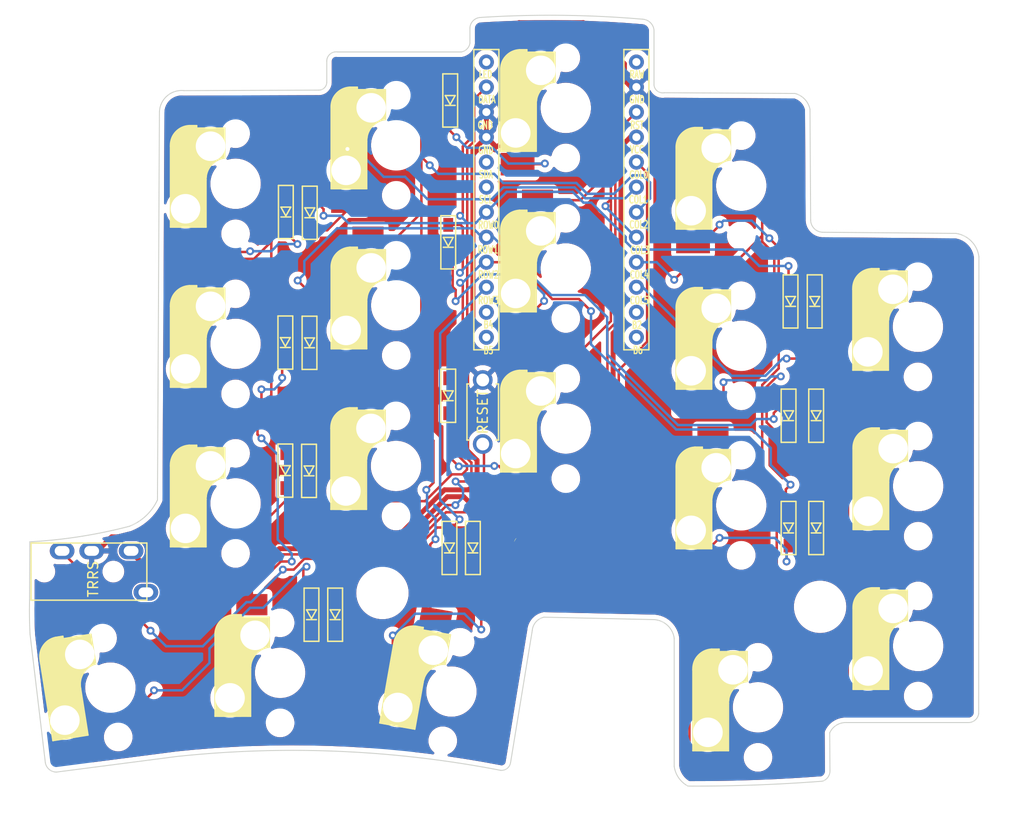
<source format=kicad_pcb>
(kicad_pcb (version 20211014) (generator pcbnew)
  (layers (0 "F.Cu" signal) (31 "B.Cu" signal) (34 "B.Paste" user) (35 "F.Paste" user) (36 "B.SilkS" user "B.Silkscreen") (37 "F.SilkS" user "F.Silkscreen") (38 "B.Mask" user) (39 "F.Mask" user) (44 "Edge.Cuts" user))
  (net 0 "")
  (net 1 "Net-(D1-Pad1)")
  (net 2 "row3")
  (net 3 "Net-(D2-Pad1)")
  (net 4 "row0")
  (net 5 "Net-(D3-Pad1)")
  (net 6 "row1")
  (net 7 "Net-(D4-Pad1)")
  (net 8 "row2")
  (net 9 "Net-(D5-Pad1)")
  (net 10 "Net-(D6-Pad1)")
  (net 11 "Net-(D7-Pad1)")
  (net 12 "Net-(D8-Pad1)")
  (net 13 "Net-(D9-Pad1)")
  (net 14 "Net-(D10-Pad1)")
  (net 15 "Net-(D11-Pad1)")
  (net 16 "Net-(D12-Pad1)")
  (net 17 "Net-(D14-Pad1)")
  (net 18 "Net-(D15-Pad1)")
  (net 19 "Net-(D16-Pad1)")
  (net 20 "Net-(D17-Pad1)")
  (net 21 "Net-(D18-Pad1)")
  (net 22 "Net-(D19-Pad1)")
  (net 23 "Net-(D13-Pad1)")
  (net 24 "VCC")
  (net 26 "data")
  (net 27 "GND")
  (net 28 "reset")
  (net 29 "col0")
  (net 30 "col1")
  (net 31 "col2")
  (net 32 "col3")
  (net 33 "col4")
  (net 34 "col5")
  (footprint "kbd:D3_SMD_v2" (layer "F.Cu") (at 168.8 79.2 90)
    (fp_text reference "D5" hide)
    (fp_text value "DIODE" hide)
  )
  (footprint "kbd:D3_SMD_v2" (layer "F.Cu") (at 163.75 51.575 90)
    (fp_text reference "D3" hide)
    (fp_text value "DIODE" hide)
  )
  (footprint "kbd:D3_SMD_v2" (layer "F.Cu") (at 214.8 59 90)
    (fp_text reference "D14" hide)
    (fp_text value "DIODE" hide)
  )
  (footprint "kbd:D3_SMD_v2" (layer "F.Cu") (at 180.4 72.425 90)
    (fp_text reference "D9" hide)
    (fp_text value "DIODE" hide)
  )
  (footprint "kbd:D3_SMD_v2" (layer "F.Cu") (at 166.4 79.2 90)
    (fp_text reference "D1" hide)
    (fp_text value "DIODE" hide)
  )
  (footprint "kbd:D3_SMD_v2" (layer "F.Cu") (at 214.8 70.4 90)
    (fp_text reference "D15" hide)
    (fp_text value "DIODE" hide)
  )
  (footprint "kbd:D3_SMD_v2" (layer "F.Cu") (at 217.45 47.4 90)
    (fp_text reference "D17" hide)
    (fp_text value "DIODE" hide)
  )
  (footprint "kbd:D3_SMD_v2" (layer "F.Cu") (at 217.6 59 90)
    (fp_text reference "D18" hide)
    (fp_text value "DIODE" hide)
  )
  (footprint "kbd:D3_SMD_v2" (layer "F.Cu") (at 163.75 64.575 90)
    (fp_text reference "D4" hide)
    (fp_text value "DIODE" hide)
  )
  (footprint "kbd:ResetSW_1side" (layer "F.Cu") (at 183.775 58.625 -90)
    (fp_text reference "SW20" hide)
    (fp_text value "RESET_SW")
  )
  (footprint "kbd:D3_SMD_v2" (layer "F.Cu") (at 182.775 72.425 90)
    (fp_text reference "D16" hide)
    (fp_text value "DIODE" hide)
  )
  (footprint "kbd:D3_SMD_v2" (layer "F.Cu") (at 166.2 51.6 90)
    (fp_text reference "D7" hide)
    (fp_text value "DIODE" hide)
  )
  (footprint "kbd:D3_SMD_v2" (layer "F.Cu") (at 180.475 27 90)
    (fp_text reference "D10" hide)
    (fp_text value "DIODE" hide)
  )
  (footprint "kbd:D3_SMD_v2" (layer "F.Cu") (at 180.275 56.975 90)
    (fp_text reference "D12" hide)
    (fp_text value "DIODE" hide)
  )
  (footprint "kbd:D3_SMD_v2" (layer "F.Cu") (at 217.6 70.4 90)
    (fp_text reference "D19" hide)
    (fp_text value "DIODE" hide)
  )
  (footprint "kbd:D3_SMD_v2" (layer "F.Cu") (at 166.225 38.4 90)
    (fp_text reference "D6" hide)
    (fp_text value "DIODE" hide)
  )
  (footprint "kbd:M2_HOLE_v2" (layer "F.Cu") (at 218 78.4)
    (fp_text reference "Ref**" hide)
    (fp_text value "Val**" hide)
  )
  (footprint "kbd:MJ-4PP-9_1side" (layer "F.Cu") (at 137.8 74.825 90)
    (fp_text reference "J1")
    (fp_text value "TRRS_MJ-4PP-9" hide)
  )
  (footprint "kbd:D3_SMD_v2" (layer "F.Cu") (at 215 47.4 90)
    (fp_text reference "D13" hide)
    (fp_text value "DIODE" hide)
  )
  (footprint "kbd:D3_SMD_v2" (layer "F.Cu") (at 163.8 38.325 90)
    (fp_text reference "D2" hide)
    (fp_text value "DIODE" hide)
  )
  (footprint "" (layer "F.Cu") (at 173.6 77)
    (fp_text reference "")
    (fp_text value "")
  )
  (footprint "my_originakl:logo_MOLKS" (layer "F.Cu") (at 196.941697 79.694199)
    (fp_text reference "G***" hide)
    (fp_text value "LOGO" hide)
  )
  (footprint "kbd:D3_SMD_v2" (layer "F.Cu") (at 180.275 41.4 90)
    (fp_text reference "D11" hide)
    (fp_text value "DIODE" hide)
  )
  (footprint "kbd:D3_SMD_v2" (layer "F.Cu") (at 166.15 64.6 90)
    (fp_text reference "D8" hide)
    (fp_text value "DIODE" hide)
  )
  (footprint "kbd:M2_HOLE_v2" (layer "F.Cu") (at 219.4 38)
    (fp_text reference "Ref**" hide)
    (fp_text value "Val**" hide)
  )
  (footprint "kbd:ProMicro_v2_1side" (layer "B.Cu") (at 191.8 37.575 180)
    (fp_text reference "U1" hide)
    (fp_text value "ProMicro" hide)
  )
  (footprint "kbd:CherryMX_Hotswap" (layer "B.Cu") (at 163.217846 85.103179 -90)
    (fp_text reference "SW5" hide)
    (fp_text value "SW_PUSH" hide)
  )
  (footprint "kbd:CherryMX_Hotswap" (layer "B.Cu") (at 211.700001 88.6 -90)
    (fp_text reference "SW16" hide)
    (fp_text value "SW_PUSH" hide)
  )
  (footprint "kbd:CherryMX_Hotswap" (layer "B.Cu") (at 146 86.6 -81)
    (fp_text reference "SW1" hide)
    (fp_text value "SW_PUSH" hide)
  )
  (footprint "kbd:CherryMX_Hotswap" (layer "B.Cu") (at 227.950001 82.375 -90)
    (fp_text reference "SW19" hide)
    (fp_text value "SW_PUSH" hide)
  )
  (footprint "kbd:CherryMX_Hotswap" (layer "B.Cu") (at 210 51.900001 -90)
    (fp_text reference "SW14" hide)
    (fp_text value "SW_PUSH" hide)
  )
  (footprint "kbd:CherryMX_Hotswap" (layer "B.Cu") (at 192.2 60.3 -90)
    (fp_text reference "SW12" hide)
    (fp_text value "SW_PUSH" hide)
  )
  (footprint "kbd:CherryMX_Hotswap" (layer "B.Cu") (at 158.699999 51.703179 -90)
    (fp_text reference "SW3" hide)
    (fp_text value "SW_PUSH" hide)
  )
  (footprint "kbd:CherryMX_Hotswap" (layer "B.Cu") (at 180.6 87 -100)
    (fp_text reference "SW9" hide)
    (fp_text value "SW_PUSH" hide)
  )
  (footprint "kbd:CherryMX_Hotswap" (layer "B.Cu") (at 210 35.65 -90)
    (fp_text reference "SW13" hide)
    (fp_text value "SW_PUSH" hide)
  )
  (footprint "kbd:CherryMX_Hotswap" (layer "B.Cu") (at 174.975 64.1 -90)
    (fp_text reference "SW8" hide)
    (fp_text value "SW_PUSH" hide)
  )
  (footprint "kbd:CherryMX_Hotswap" (layer "B.Cu") (at 175 47.803179 -90)
    (fp_text reference "SW7" hide)
    (fp_text value "SW_PUSH" hide)
  )
  (footprint "kbd:CherryMX_Hotswap" (layer "B.Cu") (at 175 31.553179 -90)
    (fp_text reference "SW6" hide)
    (fp_text value "SW_PUSH" hide)
  )
  (footprint "kbd:CherryMX_Hotswap" (layer "B.Cu") (at 158.699999 35.453179 -90)
    (fp_text reference "SW2" hide)
    (fp_text value "SW_PUSH" hide)
  )
  (footprint "kbd:CherryMX_Hotswap" (layer "B.Cu") (at 158.699999 67.9 -90)
    (fp_text reference "SW4" hide)
    (fp_text value "SW_PUSH" hide)
  )
  (footprint "kbd:CherryMX_Hotswap" (layer "B.Cu") (at 210 68.096821 -90)
    (fp_text reference "SW15" hide)
    (fp_text value "SW_PUSH" hide)
  )
  (footprint "kbd:CherryMX_Hotswap" (layer "B.Cu") (at 192.2 27.753179 -90)
    (fp_text reference "SW10" hide)
    (fp_text value "SW_PUSH" hide)
  )
  (footprint "my_originakl:logo_bean" (layer "B.Cu") (at 185.268667 74.3775 180)
    (fp_text reference "G***" hide)
    (fp_text value "LOGO" hide)
  )
  (footprint "kbd:CherryMX_Hotswap" (layer "B.Cu") (at 192.2 44.05 -90)
    (fp_text reference "SW11" hide)
    (fp_text value "SW_PUSH" hide)
  )
  (footprint "kbd:CherryMX_Hotswap" (layer "B.Cu") (at 227.925001 49.975 -90)
    (fp_text reference "SW17" hide)
    (fp_text value "SW_PUSH" hide)
  )
  (footprint "kbd:CherryMX_Hotswap" (layer "B.Cu") (at 227.950001 66.15 -90)
    (fp_text reference "SW18" hide)
    (fp_text value "SW_PUSH" hide)
  )
  (gr_arc (start 150.975 28.15) (mid 151.756847 26.530636) (end 153.475 26) (layer "Edge.Cuts") (width 0.1))
  (gr_arc (start 186.6 94.2) (mid 186.258507 94.798135) (end 185.6 95) (layer "Edge.Cuts") (width 0.1))
  (gr_line (start 218.241995 40.375457) (end 231.765926 40.491692) (layer "Edge.Cuts") (width 0.1))
  (gr_line (start 153.475 26) (end 167.125 25.95) (layer "Edge.Cuts") (width 0.1))
  (gr_arc (start 182.475 19.65) (mid 182.784729 18.91916) (end 183.5 18.575) (layer "Edge.Cuts") (width 0.1))
  (gr_arc (start 182.475 21.175) (mid 182.181192 21.765483) (end 181.6 22.075) (layer "Edge.Cuts") (width 0.1))
  (gr_line (start 203.2 81.6) (end 203.2 94.6) (layer "Edge.Cuts") (width 0.1))
  (gr_arc (start 218.25 96.1) (mid 211.43 96.486499) (end 204.6 96.6) (layer "Edge.Cuts") (width 0.1))
  (gr_arc (start 201.175 79.7) (mid 202.526549 80.288644) (end 203.2 81.6) (layer "Edge.Cuts") (width 0.1))
  (gr_arc (start 147.925 70.225) (mid 142.91476 71.267467) (end 137.825 71.8) (layer "Edge.Cuts") (width 0.1))
  (gr_line (start 188.8 80.8) (end 186.6 94.2) (layer "Edge.Cuts") (width 0.1))
  (gr_arc (start 150.775 67.55) (mid 149.607833 69.162201) (end 147.925 70.225) (layer "Edge.Cuts") (width 0.1))
  (gr_arc (start 167.95 22.975) (mid 168.302472 22.27618) (end 169.05 22.075) (layer "Edge.Cuts") (width 0.1))
  (gr_arc (start 188.8 80.8) (mid 189.175679 79.925604) (end 190 79.45) (layer "Edge.Cuts") (width 0.1))
  (gr_arc (start 231.765926 40.491692) (mid 233.344671 41.284137) (end 234.1125 42.875) (layer "Edge.Cuts") (width 0.1))
  (gr_line (start 150.975 28.15) (end 150.775 67.55) (layer "Edge.Cuts") (width 0.1))
  (gr_line (start 137.85 81.2) (end 139.4 94.217336) (layer "Edge.Cuts") (width 0.1))
  (gr_line (start 233.075 90.15) (end 220.7 90.15) (layer "Edge.Cuts") (width 0.1))
  (gr_line (start 201.15 19.875) (end 201.15 25.432714) (layer "Edge.Cuts") (width 0.1))
  (gr_arc (start 137.85 81.2) (mid 137.789581 79.450506) (end 137.8 77.7) (layer "Edge.Cuts") (width 0.1))
  (gr_arc (start 140.525 95.175) (mid 139.786665 94.902727) (end 139.4 94.217336) (layer "Edge.Cuts") (width 0.1))
  (gr_arc (start 219 95) (mid 218.808779 95.675304) (end 218.25 96.1) (layer "Edge.Cuts") (width 0.1))
  (gr_line (start 169.05 22.075) (end 181.6 22.075) (layer "Edge.Cuts") (width 0.1))
  (gr_line (start 234.0875 89.261701) (end 234.1125 42.875) (layer "Edge.Cuts") (width 0.1))
  (gr_arc (start 204.6 96.6) (mid 203.659455 95.768382) (end 203.2 94.6) (layer "Edge.Cuts") (width 0.1))
  (gr_line (start 190 79.45) (end 201.175 79.7) (layer "Edge.Cuts") (width 0.1))
  (gr_arc (start 234.0875 89.261701) (mid 233.740247 89.887078) (end 233.075 90.15) (layer "Edge.Cuts") (width 0.1))
  (gr_arc (start 218.241995 40.375457) (mid 217.4 40) (end 217.041995 39.150457) (layer "Edge.Cuts") (width 0.1))
  (gr_arc (start 200 18.75) (mid 200.784582 19.098254) (end 201.15 19.875) (layer "Edge.Cuts") (width 0.1))
  (gr_arc (start 167.95 25.15) (mid 167.704777 25.722505) (end 167.125 25.95) (layer "Edge.Cuts") (width 0.1))
  (gr_line (start 137.8 77.7) (end 137.825 71.8) (layer "Edge.Cuts") (width 0.1))
  (gr_arc (start 183.5 18.575) (mid 191.753268 18.354338) (end 200 18.75) (layer "Edge.Cuts") (width 0.1))
  (gr_arc (start 215.45 26.2875) (mid 216.444066 26.87475) (end 216.975 27.9) (layer "Edge.Cuts") (width 0.1))
  (gr_line (start 182.475 21.175) (end 182.475 19.65) (layer "Edge.Cuts") (width 0.1))
  (gr_line (start 140.525 95.175) (end 152.675 93.6) (layer "Edge.Cuts") (width 0.1))
  (gr_arc (start 152.675 93.6) (mid 169.18976 93.070954) (end 185.6 95) (layer "Edge.Cuts") (width 0.1))
  (gr_line (start 218.975 91.2) (end 219 95) (layer "Edge.Cuts") (width 0.1))
  (gr_line (start 167.95 25.15) (end 167.95 22.975) (layer "Edge.Cuts") (width 0.1))
  (gr_line (start 202.2 26.2125) (end 215.45 26.2875) (layer "Edge.Cuts") (width 0.1))
  (gr_line (start 216.975 27.9) (end 217.041995 39.150457) (layer "Edge.Cuts") (width 0.1))
  (gr_arc (start 202.2 26.2125) (mid 201.504476 26.052221) (end 201.15 25.432714) (layer "Edge.Cuts") (width 0.1))
  (gr_arc (start 218.975 91.2) (mid 219.67336 90.405347) (end 220.7 90.15) (layer "Edge.Cuts") (width 0.1))
  (segment (start 150.425 86.875) (end 150.425 86.95) (width 0.25) (layer "F.Cu") (net 1))
  (segment (start 165.575 74.649598) (end 165.575 80.15) (width 0.25) (layer "F.Cu") (net 1))
  (segment (start 147.55 89.825) (end 145.05 89.825) (width 0.25) (layer "F.Cu") (net 1))
  (segment (start 145.05 89.825) (end 141.897735 92.977265) (width 0.25) (layer "F.Cu") (net 1))
  (segment (start 165.575 80.15) (end 166.4 80.975) (width 0.25) (layer "F.Cu") (net 1))
  (segment (start 150.425 86.95) (end 147.55 89.825) (width 0.25) (layer "F.Cu") (net 1))
  (segment (start 165.90019 74.324408) (end 165.575 74.649598) (width 0.25) (layer "F.Cu") (net 1))
  (via (at 150.425 86.875) (size 0.8) (drill 0.4) (layers "F.Cu" "B.Cu") (net 1))
  (via (at 165.90019 74.324408) (size 0.8) (drill 0.4) (layers "F.Cu" "B.Cu") (net 1))
  (segment (start 165.90019 74.324408) (end 165.675592 74.324408) (width 0.25) (layer "B.Cu") (net 1))
  (segment (start 156.05 82.625) (end 156.05 84.1) (width 0.25) (layer "B.Cu") (net 1))
  (segment (start 161.5 78.5) (end 160.175 78.5) (width 0.25) (layer "B.Cu") (net 1))
  (segment (start 153.275 86.875) (end 150.425 86.875) (width 0.25) (layer "B.Cu") (net 1))
  (segment (start 160.175 78.5) (end 156.05 82.625) (width 0.25) (layer "B.Cu") (net 1))
  (segment (start 156.05 84.1) (end 153.275 86.875) (width 0.25) (layer "B.Cu") (net 1))
  (segment (start 165.675592 74.324408) (end 161.5 78.5) (width 0.25) (layer "B.Cu") (net 1))
  (segment (start 170.825 73.975) (end 175.515732 73.975) (width 0.25) (layer "F.Cu") (net 2))
  (segment (start 180.1 70.35) (end 180.4 70.65) (width 0.25) (layer "F.Cu") (net 2))
  (segment (start 182.475 70.35) (end 182.775 70.65) (width 0.25) (layer "F.Cu") (net 2))
  (segment (start 180.4 70.65) (end 180.7 70.35) (width 0.25) (layer "F.Cu") (net 2))
  (segment (start 181.425 69.5245) (end 181.425 69.625) (width 0.25) (layer "F.Cu") (net 2))
  (segment (start 179.140732 70.35) (end 180.1 70.35) (width 0.25) (layer "F.Cu") (net 2))
  (segment (start 175.515732 73.975) (end 179.140732 70.35) (width 0.25) (layer "F.Cu") (net 2))
  (segment (start 168.8 77.425) (end 168.8 76) (width 0.25) (layer "F.Cu") (net 2))
  (segment (start 168.8 76) (end 170.825 73.975) (width 0.25) (layer "F.Cu") (net 2))
  (segment (start 181.425 69.625) (end 180.4 70.65) (width 0.25) (layer "F.Cu") (net 2))
  (segment (start 180.7 70.35) (end 182.475 70.35) (width 0.25) (layer "F.Cu") (net 2))
  (segment (start 166.4 77.425) (end 168.8 77.425) (width 0.25) (layer "F.Cu") (net 2))
  (via (at 181.425 69.5245) (size 0.8) (drill 0.4) (layers "F.Cu" "B.Cu") (net 2))
  (segment (start 179.45 67.5495) (end 181.425 69.5245) (width 0.25) (layer "B.Cu") (net 2))
  (segment (start 179.45 50.6506) (end 179.45 67.5495) (width 0.25) (layer "B.Cu") (net 2))
  (segment (start 179.45 50.6506) (end 184.1436 45.957) (width 0.25) (layer "B.Cu") (net 2))
  (segment (start 160.175 42.3) (end 160.099799 42.375201) (width 0.25) (layer "F.Cu") (net 3))
  (segment (start 155.020021 42.375201) (end 153.810499 41.165679) (width 0.25) (layer "F.Cu") (net 3))
  (segment (start 164.975 41.575) (end 163.8 40.4) (width 0.25) (layer "F.Cu") (net 3))
  (segment (start 163.8 40.4) (end 163.8 40.1) (width 0.25) (layer "F.Cu") (net 3))
  (segment (start 160.099799 42.375201) (end 155.020021 42.375201) (width 0.25) (layer "F.Cu") (net 3))
  (via (at 160.175 42.3) (size 0.8) (drill 0.4) (layers "F.Cu" "B.Cu") (net 3))
  (via (at 164.975 41.575) (size 0.8) (drill 0.4) (layers "F.Cu" "B.Cu") (net 3))
  (segment (start 162.325 42.3) (end 160.175 42.3) (width 0.25) (layer "B.Cu") (net 3))
  (segment (start 163.05 41.575) (end 162.325 42.3) (width 0.25) (layer "B.Cu") (net 3))
  (segment (start 164.975 41.575) (end 163.05 41.575) (width 0.25) (layer "B.Cu") (net 3))
  (segment (start 215 45.625) (end 217.45 45.625) (width 0.25) (layer "F.Cu") (net 4))
  (segment (start 214.8 43.8) (end 214.8 45.425) (width 0.25) (layer "F.Cu") (net 4))
  (segment (start 181.4755 38.6995) (end 181.75 38.425) (width 0.25) (layer "F.Cu") (net 4))
  (segment (start 180.8 25.225) (end 180.475 25.225) (width 0.25) (layer "F.Cu") (net 4))
  (segment (start 182.45 30.961032) (end 182.45 26.875) (width 0.25) (layer "F.Cu") (net 4))
  (segment (start 163.8 36.55) (end 166.15 36.55) (width 0.25) (layer "F.Cu") (net 4))
  (segment (start 182.45 26.875) (end 180.8 25.225) (width 0.25) (layer "F.Cu") (net 4))
  (segment (start 181.75 38.425) (end 181.75 31.661032) (width 0.25) (layer "F.Cu") (net 4))
  (segment (start 166.15 36.55) (end 166.225 36.625) (width 0.25) (layer "F.Cu") (net 4))
  (segment (start 214.8 45.425) (end 215 45.625) (width 0.25) (layer "F.Cu") (net 4))
  (segment (start 167.625 38.025) (end 166.225 36.625) (width 0.25) (layer "F.Cu") (net 4))
  (segment (start 181.75 31.661032) (end 182.45 30.961032) (width 0.25) (layer "F.Cu") (net 4))
  (segment (start 167.625 38.7) (end 167.625 38.025) (width 0.25) (layer "F.Cu") (net 4))
  (via (at 167.625 38.7) (size 0.8) (drill 0.4) (layers "F.Cu" "B.Cu") (net 4))
  (via (at 214.8 43.8) (size 0.8) (drill 0.4) (layers "F.Cu" "B.Cu") (net 4))
  (via (at 181.4755 38.6995) (size 0.8) (drill 0.4) (layers "F.Cu" "B.Cu") (net 4))
  (segment (start 211.825 43.8) (end 210.156949 42.131949) (width 0.25) (layer "B.Cu") (net 4))
  (segment (start 214.8 43.8) (end 211.825 43.8) (width 0.25) (layer "B.Cu") (net 4))
  (segment (start 184.1436 38.3564) (end 184.1436 38.337) (width 0.25) (layer "B.Cu") (net 4))
  (segment (start 198.2766 40.8516) (end 194.8 37.375) (width 0.25) (layer "B.Cu") (net 4))
  (segment (start 199.081298 42.131949) (end 198.2766 41.327251) (width 0.25) (layer "B.Cu") (net 4))
  (segment (start 192.9 36.275) (end 186.2056 36.275) (width 0.25) (layer "B.Cu") (net 4))
  (segment (start 198.2766 41.327251) (end 198.2766 40.8516) (width 0.25) (layer "B.Cu") (net 4))
  (segment (start 194.8 37.375) (end 194 37.375) (width 0.25) (layer "B.Cu") (net 4))
  (segment (start 182.226 39.45) (end 183.05 39.45) (width 0.25) (layer "B.Cu") (net 4))
  (segment (start 194 37.375) (end 192.9 36.275) (width 0.25) (layer "B.Cu") (net 4))
  (segment (start 186.2056 36.275) (end 184.1436 38.337) (width 0.25) (layer "B.Cu") (net 4))
  (segment (start 210.156949 42.131949) (end 199.081298 42.131949) (width 0.25) (layer "B.Cu") (net 4))
  (segment (start 183.05 39.45) (end 184.1436 38.3564) (width 0.25) (layer "B.Cu") (net 4))
  (segment (start 181.4755 38.6995) (end 182.226 39.45) (width 0.25) (layer "B.Cu") (net 4))
  (segment (start 170.15 39.45) (end 182.175 39.45) (width 0.25) (layer "B.Cu") (net 4))
  (segment (start 169.4 38.7) (end 170.15 39.45) (width 0.25) (layer "B.Cu") (net 4))
  (segment (start 182.175 39.45) (end 182.2 39.425) (width 0.25) (layer "B.Cu") (net 4))
  (segment (start 167.625 38.7) (end 169.4 38.7) (width 0.25) (layer "B.Cu") (net 4))
  (segment (start 161.3255 57.2745) (end 159.775 58.825) (width 0.25) (layer "F.Cu") (net 5))
  (segment (start 161.3255 56.325) (end 161.3255 57.2745) (width 0.25) (layer "F.Cu") (net 5))
  (segment (start 159.775 58.825) (end 155.21982 58.825) (width 0.25) (layer "F.Cu") (net 5))
  (segment (start 163.425 55.15) (end 163.425 53.675) (width 0.25) (layer "F.Cu") (net 5))
  (segment (start 163.425 53.675) (end 163.75 53.35) (width 0.25) (layer "F.Cu") (net 5))
  (segment (start 155.21982 58.825) (end 153.810499 57.415679) (width 0.25) (layer "F.Cu") (net 5))
  (via (at 161.3255 56.325) (size 0.8) (drill 0.4) (layers "F.Cu" "B.Cu") (net 5))
  (via (at 163.425 55.15) (size 0.8) (drill 0.4) (layers "F.Cu" "B.Cu") (net 5))
  (segment (start 162.625 56.325) (end 163.425 55.525) (width 0.25) (layer "B.Cu") (net 5))
  (segment (start 161.3255 56.325) (end 162.625 56.325) (width 0.25) (layer "B.Cu") (net 5))
  (segment (start 163.425 55.525) (end 163.425 55.15) (width 0.25) (layer "B.Cu") (net 5))
  (segment (start 166.125 49.75) (end 166.2 49.825) (width 0.25) (layer "F.Cu") (net 6))
  (segment (start 166.125 46.4) (end 166.125 49.75) (width 0.25) (layer "F.Cu") (net 6))
  (segment (start 181.75 39.85) (end 181.525 39.625) (width 0.25) (layer "F.Cu") (net 6))
  (segment (start 181.75 44.200901) (end 181.75 39.85) (width 0.25) (layer "F.Cu") (net 6))
  (segment (start 181.462952 44.487949) (end 181.75 44.200901) (width 0.25) (layer "F.Cu") (net 6))
  (segment (start 213.2995 59.337701) (end 213.2995 58.7255) (width 0.25) (layer "F.Cu") (net 6))
  (segment (start 163.75 49.8) (end 163.8 49.75) (width 0.25) (layer "F.Cu") (net 6))
  (segment (start 213.2995 58.7255) (end 214.8 57.225) (width 0.25) (layer "F.Cu") (net 6))
  (segment (start 181.525 39.625) (end 180.275 39.625) (width 0.25) (layer "F.Cu") (net 6))
  (segment (start 165 45.275) (end 166.125 46.4) (width 0.25) (layer "F.Cu") (net 6))
  (segment (start 214.8 57.225) (end 217.6 57.225) (width 0.25) (layer "F.Cu") (net 6))
  (segment (start 163.8 49.75) (end 166.125 49.75) (width 0.25) (layer "F.Cu") (net 6))
  (via (at 213.2995 59.337701) (size 0.8) (drill 0.4) (layers "F.Cu" "B.Cu") (net 6))
  (via (at 165 45.275) (size 0.8) (drill 0.4) (layers "F.Cu" "B.Cu") (net 6))
  (via (at 181.462952 44.487949) (size 0.8) (drill 0.4) (layers "F.Cu" "B.Cu") (net 6))
  (segment (start 203.586396 59.95) (end 196.4 52.763604) (width 0.25) (layer "B.Cu") (net 6))
  (segment (start 169 39.975) (end 182.7956 39.975) (width 0.25) (layer "B.Cu") (net 6))
  (segment (start 183.9206 41.1) (end 184.1436 40.877) (width 0.25) (layer "B.Cu") (net 6))
  (segment (start 183.9206 42.0044) (end 183.9206 41.1) (width 0.25) (layer "B.Cu") (net 6))
  (segment (start 190.725 46.75) (end 184.852 40.877) (width 0.25) (layer "B.Cu") (net 6))
  (segment (start 211.5609 59.337701) (end 210.948601 59.95) (width 0.25) (layer "B.Cu") (net 6))
  (segment (start 165.675 43.3) (end 169 39.975) (width 0.25) (layer "B.Cu") (net 6))
  (segment (start 181.462952 44.487949) (end 181.462952 44.462048) (width 0.25) (layer "B.Cu") (net 6))
  (segment (start 184.852 40.877) (end 184.1436 40.877) (width 0.25) (layer "B.Cu") (net 6))
  (segment (start 194.15 46.75) (end 190.725 46.75) (width 0.25) (layer "B.Cu") (net 6))
  (segment (start 165.675 44.6) (end 165.675 43.3) (width 0.25) (layer "B.Cu") (net 6))
  (segment (start 210.948601 59.95) (end 203.586396 59.95) (width 0.25) (layer "B.Cu") (net 6))
  (segment (start 196.4 49) (end 194.15 46.75) (width 0.25) (layer "B.Cu") (net 6))
  (segment (start 165 45.275) (end 165.675 44.6) (width 0.25) (layer "B.Cu") (net 6))
  (segment (start 213.2995 59.337701) (end 211.5609 59.337701) (width 0.25) (layer "B.Cu") (net 6))
  (segment (start 181.462952 44.462048) (end 183.9206 42.0044) (width 0.25) (layer "B.Cu") (net 6))
  (segment (start 182.7956 39.975) (end 183.9206 41.1) (width 0.25) (layer "B.Cu") (net 6))
  (segment (start 196.4 52.763604) (end 196.4 49) (width 0.25) (layer "B.Cu") (net 6))
  (segment (start 163.75 67.65) (end 163.75 66.35) (width 0.25) (layer "F.Cu") (net 7))
  (segment (start 156.45 71.2) (end 160.2 71.2) (width 0.25) (layer "F.Cu") (net 7))
  (segment (start 154.0375 73.6125) (end 156.45 71.2) (width 0.25) (layer "F.Cu") (net 7))
  (segment (start 160.2 71.2) (end 163.75 67.65) (width 0.25) (layer "F.Cu") (net 7))
  (segment (start 153.810499 73.6125) (end 154.0375 73.6125) (width 0.25) (layer "F.Cu") (net 7))
  (segment (start 215 66) (end 214.525 66.475) (width 0.25) (layer "F.Cu") (net 8))
  (segment (start 173.6 67.675) (end 177.925 67.675) (width 0.25) (layer "F.Cu") (net 8))
  (segment (start 187.092 43.417) (end 184.1436 43.417) (width 0.25) (layer "F.Cu") (net 8))
  (segment (start 180.6495 64.9505) (end 181.688104 64.9505) (width 0.25) (layer "F.Cu") (net 8))
  (segment (start 166.15 62.975) (end 168.9 62.975) (width 0.25) (layer "F.Cu") (net 8))
  (segment (start 163.75 62.8) (end 163.775 62.825) (width 0.25) (layer "F.Cu") (net 8))
  (segment (start 193.525401 47.15) (end 190.825 47.15) (width 0.25) (layer "F.Cu") (net 8))
  (segment (start 181.4755 45.5) (end 181.75 45.7745) (width 0.25) (layer "F.Cu") (net 8))
  (segment (start 181.75 45.7745) (end 181.75 49.925431) (width 0.25) (layer "F.Cu") (net 8))
  (segment (start 182.175 64.463604) (end 182.175 63.949695) (width 0.25) (layer "F.Cu") (net 8))
  (segment (start 194.756752 48.381351) (end 193.525401 47.15) (width 0.25) (layer "F.Cu") (net 8))
  (segment (start 181.125 62.899695) (end 181.125 56.05) (width 0.25) (layer "F.Cu") (net 8))
  (segment (start 177.925 67.675) (end 180.6495 64.9505) (width 0.25) (layer "F.Cu") (net 8))
  (segment (start 181.125 50.550431) (end 181.125 56.475) (width 0.25) (layer "F.Cu") (net 8))
  (segment (start 182.175 63.949695) (end 181.125 62.899695) (width 0.25) (layer "F.Cu") (net 8))
  (segment (start 166.15 62.825) (end 166.15 62.975) (width 0.25) (layer "F.Cu") (net 8))
  (segment (start 181.75 49.925431) (end 181.125 50.550431) (width 0.25) (layer "F.Cu") (net 8))
  (segment (start 214.525 66.475) (end 214.525 68.35) (width 0.25) (layer "F.Cu") (net 8))
  (segment (start 214.8 68.625) (end 217.6 68.625) (width 0.25) (layer "F.Cu") (net 8))
  (segment (start 181.688104 64.9505) (end 182.175 64.463604) (width 0.25) (layer "F.Cu") (net 8))
  (segment (start 163.775 62.825) (end 166.15 62.825) (width 0.25) (layer "F.Cu") (net 8))
  (segment (start 181.125 56.05) (end 180.275 55.2) (width 0.25) (layer "F.Cu") (net 8))
  (segment (start 214.525 68.35) (end 214.8 68.625) (width 0.25) (layer "F.Cu") (net 8))
  (segment (start 190.825 47.15) (end 187.092 43.417) (width 0.25) (layer "F.Cu") (net 8))
  (segment (start 168.9 62.975) (end 173.6 67.675) (width 0.25) (layer "F.Cu") (net 8))
  (via (at 194.756752 48.381351) (size 0.8) (drill 0.4) (layers "F.Cu" "B.Cu") (net 8))
  (via (at 215 66) (size 0.8) (drill 0.4) (layers "F.Cu" "B.Cu") (net 8))
  (via (at 181.4755 45.5) (size 0.8) (drill 0.4) (layers "F.Cu" "B.Cu") (net 8))
  (segment (start 181.4755 45.5) (end 181.725 45.5) (width 0.25) (layer "B.Cu") (net 8))
  (segment (start 213 62.286396) (end 213 64) (width 0.25) (layer "B.Cu") (net 8))
  (segment (start 211.113604 60.4) (end 213 62.286396) (width 0.25) (layer "B.Cu") (net 8))
  (segment (start 213 64) (end 215 66) (width 0.25) (layer "B.Cu") (net 8))
  (segment (start 181.725 45.5) (end 183.808 43.417) (width 0.25) (layer "B.Cu") (net 8))
  (segment (start 194.756752 48.381351) (end 194.756752 51.756752) (width 0.25) (layer "B.Cu") (net 8))
  (segment (start 194.756752 51.756752) (end 203.4 60.4) (width 0.25) (layer "B.Cu") (net 8))
  (segment (start 203.4 60.4) (end 211.113604 60.4) (width 0.25) (layer "B.Cu") (net 8))
  (segment (start 183.808 43.417) (end 184.1436 43.417) (width 0.25) (layer "B.Cu") (net 8))
  (segment (start 170 85.8) (end 167.225 88.575) (width 0.25) (layer "F.Cu") (net 9))
  (segment (start 159.596803 91.303197) (end 157.903346 91.303197) (width 0.25) (layer "F.Cu") (net 9))
  (segment (start 167.225 88.575) (end 162.325 88.575) (width 0.25) (layer "F.Cu") (net 9))
  (segment (start 168.8 80.975) (end 170 82.175) (width 0.25) (layer "F.Cu") (net 9))
  (segment (start 162.325 88.575) (end 159.596803 91.303197) (width 0.25) (layer "F.Cu") (net 9))
  (segment (start 170 82.175) (end 170 85.8) (width 0.25) (layer "F.Cu") (net 9))
  (segment (start 170.1105 38.0645) (end 170.1105 37.265679) (width 0.25) (layer "F.Cu") (net 10))
  (segment (start 168 40.175) (end 170.1105 38.0645) (width 0.25) (layer "F.Cu") (net 10))
  (segment (start 166.225 40.175) (end 168 40.175) (width 0.25) (layer "F.Cu") (net 10))
  (segment (start 166.340679 53.515679) (end 170.1105 53.515679) (width 0.25) (layer "F.Cu") (net 11))
  (segment (start 166.2 53.375) (end 166.340679 53.515679) (width 0.25) (layer "F.Cu") (net 11))
  (segment (start 170.073 69.825) (end 170.0855 69.8125) (width 0.25) (layer "F.Cu") (net 12))
  (segment (start 166.15 66.375) (end 169.6 69.825) (width 0.25) (layer "F.Cu") (net 12))
  (segment (start 169.6 69.825) (end 170.073 69.825) (width 0.25) (layer "F.Cu") (net 12))
  (segment (start 171.575 90) (end 173.075655 91.500655) (width 0.25) (layer "F.Cu") (net 13))
  (segment (start 171.575 86.475) (end 171.575 90) (width 0.25) (layer "F.Cu") (net 13))
  (segment (start 173.075655 91.500655) (end 174.355733 91.500655) (width 0.25) (layer "F.Cu") (net 13))
  (segment (start 183.625 80.7) (end 183.625 78.575) (width 0.25) (layer "F.Cu") (net 13))
  (segment (start 180.4 75.35) (end 180.4 74.2) (width 0.25) (layer "F.Cu") (net 13))
  (segment (start 183.625 78.575) (end 180.4 75.35) (width 0.25) (layer "F.Cu") (net 13))
  (segment (start 174.65 83.4) (end 171.575 86.475) (width 0.25) (layer "F.Cu") (net 13))
  (segment (start 174.65 81.3) (end 174.65 83.4) (width 0.25) (layer "F.Cu") (net 13))
  (via (at 183.625 80.7) (size 0.8) (drill 0.4) (layers "F.Cu" "B.Cu") (net 13))
  (via (at 174.65 81.3) (size 0.8) (drill 0.4) (layers "F.Cu" "B.Cu") (net 13))
  (segment (start 176.925 79.1) (end 174.725 81.3) (width 0.25) (layer "B.Cu") (net 13))
  (segment (start 181.910229 79.1) (end 176.925 79.1) (width 0.25) (layer "B.Cu") (net 13))
  (segment (start 183.625 80.7) (end 183.510229 80.7) (width 0.25) (layer "B.Cu") (net 13))
  (segment (start 174.725 81.3) (end 174.65 81.3) (width 0.25) (layer "B.Cu") (net 13))
  (segment (start 183.510229 80.7) (end 181.910229 79.1) (width 0.25) (layer "B.Cu") (net 13))
  (segment (start 181.1 30.725) (end 180.475 30.1) (width 0.25) (layer "F.Cu") (net 14))
  (segment (start 180.475 30.1) (end 180.475 28.775) (width 0.25) (layer "F.Cu") (net 14))
  (segment (start 190.075 33.4) (end 190.009321 33.465679) (width 0.25) (layer "F.Cu") (net 14))
  (segment (start 190.009321 33.465679) (end 187.3105 33.465679) (width 0.25) (layer "F.Cu") (net 14))
  (via (at 181.1 30.725) (size 0.8) (drill 0.4) (layers "F.Cu" "B.Cu") (net 14))
  (via (at 190.075 33.4) (size 0.8) (drill 0.4) (layers "F.Cu" "B.Cu") (net 14))
  (segment (start 181.1 30.725) (end 182.179 31.804) (width 0.25) (layer "B.Cu") (net 14))
  (segment (start 184.779 31.804) (end 186.375 33.4) (width 0.25) (layer "B.Cu") (net 14))
  (segment (start 182.179 31.804) (end 184.779 31.804) (width 0.25) (layer "B.Cu") (net 14))
  (segment (start 186.375 33.4) (end 190.075 33.4) (width 0.25) (layer "B.Cu") (net 14))
  (segment (start 180.725 43.625) (end 180.275 43.175) (width 0.25) (layer "F.Cu") (net 15))
  (segment (start 181.0255 46.2255) (end 180.725 45.925) (width 0.25) (layer "F.Cu") (net 15))
  (segment (start 190.000201 47.349799) (end 187.5875 49.7625) (width 0.25) (layer "F.Cu") (net 15))
  (segment (start 181.0255 47.375) (end 181.0255 46.2255) (width 0.25) (layer "F.Cu") (net 15))
  (segment (start 187.5875 49.7625) (end 187.3105 49.7625) (width 0.25) (layer "F.Cu") (net 15))
  (segment (start 180.725 45.925) (end 180.725 43.625) (width 0.25) (layer "F.Cu") (net 15))
  (via (at 181.0255 47.375) (size 0.8) (drill 0.4) (layers "F.Cu" "B.Cu") (net 15))
  (via (at 190.000201 47.349799) (size 0.8) (drill 0.4) (layers "F.Cu" "B.Cu") (net 15))
  (segment (start 183.7505 44.65) (end 187.975 44.65) (width 0.25) (layer "B.Cu") (net 15))
  (segment (start 187.975 44.65) (end 190.000201 46.675201) (width 0.25) (layer "B.Cu") (net 15))
  (segment (start 181.0255 47.375) (end 183.7505 44.65) (width 0.25) (layer "B.Cu") (net 15))
  (segment (start 190.000201 46.675201) (end 190.000201 47.349799) (width 0.25) (layer "B.Cu") (net 15))
  (segment (start 181.35 64.15) (end 180.425 63.225) (width 0.25) (layer "F.Cu") (net 16))
  (segment (start 185.398 64.1) (end 187.3105 66.0125) (width 0.25) (layer "F.Cu") (net 16))
  (segment (start 184.95 64.1) (end 185.398 64.1) (width 0.25) (layer "F.Cu") (net 16))
  (segment (start 180.425 63.225) (end 180.425 58.9) (width 0.25) (layer "F.Cu") (net 16))
  (segment (start 180.425 58.9) (end 180.275 58.75) (width 0.25) (layer "F.Cu") (net 16))
  (via (at 184.95 64.1) (size 0.8) (drill 0.4) (layers "F.Cu" "B.Cu") (net 16))
  (via (at 181.35 64.15) (size 0.8) (drill 0.4) (layers "F.Cu" "B.Cu") (net 16))
  (segment (start 181.4 64.1) (end 184.95 64.1) (width 0.25) (layer "B.Cu") (net 16))
  (segment (start 181.35 64.15) (end 181.4 64.1) (width 0.25) (layer "B.Cu") (net 16))
  (segment (start 214.012299 55.012299) (end 213.95 54.95) (width 0.25) (layer "F.Cu") (net 17))
  (segment (start 213.95 54.95) (end 213.686396 54.95) (width 0.25) (layer "F.Cu") (net 17))
  (segment (start 212.575 59.675) (end 213.675 60.775) (width 0.25) (layer "F.Cu") (net 17))
  (segment (start 213.675 60.775) (end 214.8 60.775) (width 0.25) (layer "F.Cu") (net 17))
  (segment (start 213.686396 54.95) (end 212.575 56.061396) (width 0.25) (layer "F.Cu") (net 17))
  (segment (start 208.2 55.6) (end 208.2 56.843792) (width 0.25) (layer "F.Cu") (net 17))
  (segment (start 212.575 56.061396) (end 212.575 59.675) (width 0.25) (layer "F.Cu") (net 17))
  (segment (start 208.2 56.843792) (end 207.343792 57.7) (width 0.25) (layer "F.Cu") (net 17))
  (segment (start 207.343792 57.7) (end 206.7 57.7) (width 0.25) (layer "F.Cu") (net 17))
  (via (at 214.012299 55.012299) (size 0.8) (drill 0.4) (layers "F.Cu" "B.Cu") (net 17))
  (via (at 208.2 55.6) (size 0.8) (drill 0.4) (layers "F.Cu" "B.Cu") (net 17))
  (segment (start 212.636396 55.4) (end 208.4 55.4) (width 0.25) (layer "B.Cu") (net 17))
  (segment (start 213.024097 55.012299) (end 212.636396 55.4) (width 0.25) (layer "B.Cu") (net 17))
  (segment (start 214.012299 55.012299) (end 213.024097 55.012299) (width 0.25) (layer "B.Cu") (net 17))
  (segment (start 208.4 55.4) (end 208.2 55.6) (width 0.25) (layer "B.Cu") (net 17))
  (segment (start 207.8 71.4) (end 206.25 72.95) (width 0.25) (layer "F.Cu") (net 18))
  (segment (start 214.6 72.375) (end 214.8 72.175) (width 0.25) (layer "F.Cu") (net 18))
  (segment (start 214.6 73.8) (end 214.6 72.375) (width 0.25) (layer "F.Cu") (net 18))
  (segment (start 206.25 72.95) (end 205.147999 72.95) (width 0.25) (layer "F.Cu") (net 18))
  (via (at 207.8 71.4) (size 0.8) (drill 0.4) (layers "F.Cu" "B.Cu") (net 18))
  (via (at 214.6 73.8) (size 0.8) (drill 0.4) (layers "F.Cu" "B.Cu") (net 18))
  (segment (start 213.4 71.4) (end 207.8 71.4) (width 0.25) (layer "B.Cu") (net 18))
  (segment (start 214.6 72.6) (end 213.4 71.4) (width 0.25) (layer "B.Cu") (net 18))
  (segment (start 214.6 73.8) (end 214.6 72.6) (width 0.25) (layer "B.Cu") (net 18))
  (segment (start 183.75 70) (end 184.5 69.25) (width 0.25) (layer "F.Cu") (net 19))
  (segment (start 201.6 67.925) (end 201.6 75.625) (width 0.25) (layer "F.Cu") (net 19))
  (segment (start 204.745 92.545) (end 205.287842 93.087842) (width 0.25) (layer "F.Cu") (net 19))
  (segment (start 183.75 71.775) (end 183.75 70) (width 0.25) (layer "F.Cu") (net 19))
  (segment (start 199.45 65.775) (end 201.6 67.925) (width 0.25) (layer "F.Cu") (net 19))
  (segment (start 196.812741 65.775) (end 199.45 65.775) (width 0.25) (layer "F.Cu") (net 19))
  (segment (start 201.6 75.625) (end 206.55 80.575) (width 0.25) (layer "F.Cu") (net 19))
  (segment (start 182.775 72.75) (end 183.75 71.775) (width 0.25) (layer "F.Cu") (net 19))
  (segment (start 193.337741 69.25) (end 196.812741 65.775) (width 0.25) (layer "F.Cu") (net 19))
  (segment (start 206.55 87.3) (end 204.745 89.105) (width 0.25) (layer "F.Cu") (net 19))
  (segment (start 205.287842 93.087842) (end 205.287842 94.854661) (width 0.25) (layer "F.Cu") (net 19))
  (segment (start 184.5 69.25) (end 193.337741 69.25) (width 0.25) (layer "F.Cu") (net 19))
  (segment (start 206.55 80.575) (end 206.55 87.3) (width 0.25) (layer "F.Cu") (net 19))
  (segment (start 182.775 74.2) (end 182.775 72.75) (width 0.25) (layer "F.Cu") (net 19))
  (segment (start 204.745 89.105) (end 204.745 92.545) (width 0.25) (layer "F.Cu") (net 19))
  (segment (start 220.2 52.966054) (end 223.008946 55.775) (width 0.25) (layer "F.Cu") (net 20))
  (segment (start 217.45 49.175) (end 218.175 49.175) (width 0.25) (layer "F.Cu") (net 20))
  (segment (start 220.2 51.2) (end 220.2 52.966054) (width 0.25) (layer "F.Cu") (net 20))
  (segment (start 218.175 49.175) (end 220.2 51.2) (width 0.25) (layer "F.Cu") (net 20))
  (segment (start 217.6 62.2) (end 220.828349 65.428349) (width 0.25) (layer "F.Cu") (net 21))
  (segment (start 220.828349 65.428349) (end 220.828349 70.456268) (width 0.25) (layer "F.Cu") (net 21))
  (segment (start 217.6 60.775) (end 217.6 62.2) (width 0.25) (layer "F.Cu") (net 21))
  (segment (start 220.828349 70.456268) (end 222.312842 71.940761) (width 0.25) (layer "F.Cu") (net 21))
  (segment (start 222.2 81.6) (end 220.8 83) (width 0.25) (layer "F.Cu") (net 22))
  (segment (start 220.8 83) (end 220.8 87.525) (width 0.25) (layer "F.Cu") (net 22))
  (segment (start 221.187158 87.912158) (end 221.912842 87.912158) (width 0.25) (layer "F.Cu") (net 22))
  (segment (start 222.2 77.2) (end 222.2 81.6) (width 0.25) (layer "F.Cu") (net 22))
  (segment (start 217.6 72.6) (end 222.2 77.2) (width 0.25) (layer "F.Cu") (net 22))
  (segment (start 217.6 72.175) (end 217.6 72.6) (width 0.25) (layer "F.Cu") (net 22))
  (segment (start 220.8 87.525) (end 221.187158 87.912158) (width 0.25) (layer "F.Cu") (net 22))
  (segment (start 213.8 41.938701) (end 213.8 47.925305) (width 0.25) (layer "F.Cu") (net 23))
  (segment (start 215 49.125305) (end 215 49.175) (width 0.25) (layer "F.Cu") (net 23))
  (segment (start 207.8 39.6) (end 207.8 39.675) (width 0.25) (layer "F.Cu") (net 23))
  (segment (start 212.849 40.987701) (end 213.8 41.938701) (width 0.25) (layer "F.Cu") (net 23))
  (segment (start 207.8 39.675) (end 206.35 41.125) (width 0.25) (layer "F.Cu") (net 23))
  (segment (start 213.8 47.925305) (end 215 49.125305) (width 0.25) (layer "F.Cu") (net 23))
  (via (at 207.8 39.6) (size 0.8) (drill 0.4) (layers "F.Cu" "B.Cu") (net 23))
  (via (at 212.849 40.987701) (size 0.8) (drill 0.4) (layers "F.Cu" "B.Cu") (net 23))
  (segment (start 207.8 39.6) (end 208.2 39.2) (width 0.25) (layer "B.Cu") (net 23))
  (segment (start 211.061299 39.2) (end 212.849 40.987701) (width 0.25) (layer "B.Cu") (net 23))
  (segment (start 208.2 39.2) (end 211.061299 39.2) (width 0.25) (layer "B.Cu") (net 23))
  (segment (start 197 50.624568) (end 197.8 49.824568) (width 0.5) (layer "F.Cu") (net 24))
  (segment (start 174.904768 72.5) (end 180.179768 67.225) (width 0.5) (layer "F.Cu") (net 24))
  (segment (start 148.273868 73.013818) (end 151.310051 76.05) (width 0.5) (layer "F.Cu") (net 24))
  (segment (start 197 64.138172) (end 197 50.624568) (width 0.5) (layer "F.Cu") (net 24))
  (segment (start 198.758 30.717) (end 199.3636 30.717) (width 0.5) (layer "F.Cu") (net 24))
  (segment (start 180.179768 67.225) (end 181.85 67.225) (width 0.5) (layer "F.Cu") (net 24))
  (segment (start 197.8 49.824568) (end 197.8 31.675) (width 0.5) (layer "F.Cu") (net 24))
  (segment (start 181.85 67.225) (end 182.85 68.225) (width 0.5) (layer "F.Cu") (net 24))
  (segment (start 163.13995 72.5) (end 174.904768 72.5) (width 0.5) (layer "F.Cu") (net 24))
  (segment (start 197.8 31.675) (end 198.758 30.717) (width 0.5) (layer "F.Cu") (net 24))
  (segment (start 159.58995 76.05) (end 163.13995 72.5) (width 0.5) (layer "F.Cu") (net 24))
  (segment (start 151.310051 76.05) (end 159.58995 76.05) (width 0.5) (layer "F.Cu") (net 24))
  (segment (start 192.913172 68.225) (end 197 64.138172) (width 0.5) (layer "F.Cu") (net 24))
  (segment (start 182.85 68.225) (end 192.913172 68.225) (width 0.5) (layer "F.Cu") (net 24))
  (segment (start 147.875 77.325) (end 145.575 77.325) (width 0.25) (layer "F.Cu") (net 26))
  (segment (start 181.000299 68.075201) (end 180.142739 68.075201) (width 0.25) (layer "F.Cu") (net 26))
  (segment (start 163.378122 73.075) (end 159.828122 76.625) (width 0.25) (layer "F.Cu") (net 26))
  (segment (start 182.625 65.025) (end 182.625 63.763299) (width 0.25) (layer "F.Cu") (net 26))
  (segment (start 181.575 50.736828) (end 182.2 50.111828) (width 0.25) (layer "F.Cu") (net 26))
  (segment (start 150.813604 78.175) (end 148.725 78.175) (width 0.25) (layer "F.Cu") (net 26))
  (segment (start 159.828122 76.625) (end 152.363604 76.625) (width 0.25) (layer "F.Cu") (net 26))
  (segment (start 181.9745 65.6755) (end 182.625 65.025) (width 0.25) (layer "F.Cu") (net 26))
  (segment (start 182.9 31.147428) (end 182.9 26.8806) (width 0.25) (layer "F.Cu") (net 26))
  (segment (start 175.14294 73.075) (end 163.378122 73.075) (width 0.25) (layer "F.Cu") (net 26))
  (segment (start 181.025 65.6755) (end 181.9745 65.6755) (width 0.25) (layer "F.Cu") (net 26))
  (segment (start 182.9 26.8806) (end 184.1436 25.637) (width 0.25) (layer "F.Cu") (net 26))
  (segment (start 182.2 50.111828) (end 182.2 31.847428) (width 0.25) (layer "F.Cu") (net 26))
  (segment (start 182.625 63.763299) (end 181.575 62.713299) (width 0.25) (layer "F.Cu") (net 26))
  (segment (start 180.142739 68.075201) (end 175.14294 73.075) (width 0.25) (layer "F.Cu") (net 26))
  (segment (start 182.2 31.847428) (end 182.9 31.147428) (width 0.25) (layer "F.Cu") (net 26))
  (segment (start 148.725 78.175) (end 147.875 77.325) (width 0.25) (layer "F.Cu") (net 26))
  (segment (start 152.363604 76.625) (end 150.813604 78.175) (width 0.25) (layer "F.Cu") (net 26))
  (segment (start 181.575 62.713299) (end 181.575 50.736828) (width 0.25) (layer "F.Cu") (net 26))
  (segment (start 145.575 77.325) (end 141.15787 72.907871) (width 0.25) (layer "F.Cu") (net 26))
  (via (at 181.000299 68.075201) (size 0.8) (drill 0.4) (layers "F.Cu" "B.Cu") (net 26))
  (via (at 181.025 65.6755) (size 0.8) (drill 0.4) (layers "F.Cu" "B.Cu") (net 26))
  (segment (start 181.000299 68.075201) (end 181.775 67.3005) (width 0.25) (layer "B.Cu") (net 26))
  (segment (start 181.775 66.4255) (end 181.025 65.6755) (width 0.25) (layer "B.Cu") (net 26))
  (segment (start 181.775 67.3005) (end 181.775 66.4255) (width 0.25) (layer "B.Cu") (net 26))
  (segment (start 182.15 50.975) (end 182.3 50.825) (width 0.5) (layer "F.Cu") (net 27))
  (segment (start 144.275 73.15) (end 146.125 71.3) (width 0.5) (layer "F.Cu") (net 27))
  (segment (start 182.15 62.475127) (end 182.15 50.975) (width 0.5) (layer "F.Cu") (net 27))
  (segment (start 187.45 19.1) (end 193.975 19.1) (width 0.5) (layer "F.Cu") (net 27))
  (segment (start 183.2 65.8) (end 183.2 63.525127) (width 0.5) (layer "F.Cu") (net 27))
  (segment (start 182.3 53.9) (end 183.775 55.375) (width 0.5) (layer "F.Cu") (net 27))
  (segment (start 184.1436 28.177) (end 184.1436 30.717) (width 0.5) (layer "F.Cu") (net 27))
  (segment (start 149.85 71.3) (end 151.15 72.6) (width 0.5) (layer "F.Cu") (net 27))
  (segment (start 179.889819 66.525) (end 182.475 66.525) (width 0.5) (layer "F.Cu") (net 27))
  (segment (start 151.6 75.35) (end 159.3 75.35) (width 0.5) (layer "F.Cu") (net 27))
  (segment (start 183.2 63.525127) (end 182.15 62.475127) (width 0.5) (layer "F.Cu") (net 27))
  (segment (start 146.125 71.3) (end 149.85 71.3) (width 0.5) (layer "F.Cu") (net 27))
  (segment (start 182.475 66.525) (end 183.2 65.8) (width 0.5) (layer "F.Cu") (net 27))
  (segment (start 182.3 50.825) (end 182.775 50.35) (width 0.5) (layer "F.Cu") (net 27))
  (segment (start 182.775 50.35) (end 182.775 32.0856) (width 0.5) (layer "F.Cu") (net 27))
  (segment (start 182.3 50.825) (end 182.3 53.9) (width 0.5) (layer "F.Cu") (net 27))
  (segment (start 184.1436 28.177) (end 186.1 26.2206) (width 0.5) (layer "F.Cu") (net 27))
  (segment (start 159.3 75.35) (end 162.85 71.8) (width 0.5) (layer "F.Cu") (net 27))
  (segment (start 186.1 26.2206) (end 186.1 20.45) (width 0.5) (layer "F.Cu") (net 27))
  (segment (start 162.85 71.8) (end 174.614818 71.8) (width 0.5) (layer "F.Cu") (net 27))
  (segment (start 182.775 32.0856) (end 184.1436 30.717) (width 0.5) (layer "F.Cu") (net 27))
  (segment (start 151.15 72.6) (end 151.15 74.9) (width 0.5) (layer "F.Cu") (net 27))
  (segment (start 186.1 20.45) (end 187.45 19.1) (width 0.5) (layer "F.Cu") (net 27))
  (segment (start 198.1516 23.2766) (end 198.1516 24.9516) (width 0.5) (layer "F.Cu") (net 27))
  (segment (start 174.614818 71.8) (end 179.889819 66.525) (width 0.5) (layer "F.Cu") (net 27))
  (segment (start 198.1516 24.9516) (end 198.837 25.637) (width 0.5) (layer "F.Cu") (net 27))
  (segment (start 198.837 25.637) (end 199.3636 25.637) (width 0.5) (layer "F.Cu") (net 27))
  (segment (start 193.975 19.1) (end 198.1516 23.2766) (width 0.5) (layer "F.Cu") (net 27))
  (segment (start 151.15 74.9) (end 151.6 75.35) (width 0.5) (layer "F.Cu") (net 27))
  (segment (start 183.9 66.2) (end 185.35 67.65) (width 0.25) (layer "F.Cu") (net 28))
  (segment (start 183.9 62) (end 183.9 66.2) (width 0.25) (layer "F.Cu") (net 28))
  (segment (start 196.425 50.386396) (end 197.225 49.586396) (width 0.25) (layer "F.Cu") (net 28))
  (segment (start 197.225 49.586396) (end 197.225 30.3156) (width 0.25) (layer "F.Cu") (net 28))
  (segment (start 197.225 30.3156) (end 199.3636 28.177) (width 0.25) (layer "F.Cu") (net 28))
  (segment (start 185.35 67.65) (end 192.675 67.65) (width 0.25) (layer "F.Cu") (net 28))
  (segment (start 183.775 61.875) (end 183.9 62) (width 0.25) (layer "F.Cu") (net 28))
  (segment (start 192.675 67.65) (end 196.425 63.9) (width 0.25) (layer "F.Cu") (net 28))
  (segment (start 196.425 63.9) (end 196.425 50.386396) (width 0.25) (layer "F.Cu") (net 28))
  (segment (start 165.675 73.525) (end 175.329336 73.525) (width 0.25) (layer "F.Cu") (net 29))
  (segment (start 163.495058 74.619058) (end 164.605747 74.619058) (width 0.25) (layer "F.Cu") (net 29))
  (segment (start 197.575 54.362851) (end 200.4506 51.487251) (width 0.25) (layer "F.Cu") (net 29))
  (segment (start 150.075 80.825) (end 148.95 79.7) (width 0.25) (layer "F.Cu") (net 29))
  (segment (start 180.054336 68.8) (end 193.151345 68.8) (width 0.25) (layer "F.Cu") (net 29))
  (segment (start 165.125 74.075) (end 165.675 73.525) (width 0.25) (layer "F.Cu") (net 29))
  (segment (start 148.95 79.7) (end 142.566272 79.7) (width 0.25) (layer "F.Cu") (net 29))
  (segment (start 200.4506 51.487251) (end 200.4506 34.344) (width 0.25) (layer "F.Cu") (net 29))
  (segment (start 197.575 64.376344) (end 197.575 54.362851) (width 0.25) (layer "F.Cu") (net 29))
  (segment (start 165.125 74.099805) (end 165.125 74.075) (width 0.25) (layer "F.Cu") (net 29))
  (segment (start 200.4506 34.344) (end 199.3636 33.257) (width 0.25) (layer "F.Cu") (net 29))
  (segment (start 193.151345 68.8) (end 197.575 64.376344) (width 0.25) (layer "F.Cu") (net 29))
  (segment (start 164.605747 74.619058) (end 165.125 74.099805) (width 0.25) (layer "F.Cu") (net 29))
  (segment (start 175.329336 73.525) (end 180.054336 68.8) (width 0.25) (layer "F.Cu") (net 29))
  (via (at 150.075 80.825) (size 0.8) (drill 0.4) (layers "F.Cu" "B.Cu") (net 29))
  (via (at 163.495058 74.619058) (size 0.8) (drill 0.4) (layers "F.Cu" "B.Cu") (net 29))
  (segment (start 155.375 82.4) (end 151.65 82.4) (width 0.25) (layer "B.Cu") (net 29))
  (segment (start 163.495058 74.619058) (end 163.495058 74.704942) (width 0.25) (layer "B.Cu") (net 29))
  (segment (start 151.65 82.4) (end 150.075 80.825) (width 0.25) (layer "B.Cu") (net 29))
  (segment (start 158.35 79.375) (end 158.35 79.425) (width 0.25) (layer "B.Cu") (net 29))
  (segment (start 163.495058 74.704942) (end 160.275 77.925) (width 0.25) (layer "B.Cu") (net 29))
  (segment (start 159.8 77.925) (end 158.35 79.375) (width 0.25) (layer "B.Cu") (net 29))
  (segment (start 158.35 79.425) (end 155.375 82.4) (width 0.25) (layer "B.Cu") (net 29))
  (segment (start 160.275 77.925) (end 159.8 77.925) (width 0.25) (layer "B.Cu") (net 29))
  (segment (start 169.175 31.925) (end 166.125 34.975) (width 0.25) (layer "F.Cu") (net 30))
  (segment (start 162.325 41.35) (end 162.325 56.911396) (width 0.25) (layer "F.Cu") (net 30))
  (segment (start 162.05 41.6) (end 162.3 41.35) (width 0.25) (layer "F.Cu") (net 30))
  (segment (start 161.425 57.811396) (end 159.961396 59.275) (width 0.25) (layer "F.Cu") (net 30))
  (segment (start 163.290018 73.7995) (end 160.350346 76.739172) (width 0.25) (layer "F.Cu") (net 30))
  (segment (start 160.925 60.9) (end 160.925 58.311396) (width 0.25) (layer "F.Cu") (net 30))
  (segment (start 166.125 34.975) (end 163.55 34.975) (width 0.25) (layer "F.Cu") (net 30))
  (segment (start 163.55 34.975) (end 162.35 33.775) (width 0.25) (layer "F.Cu") (net 30))
  (segment (start 161.325 61.3) (end 160.925 60.9) (width 0.25) (layer "F.Cu") (net 30))
  (segment (start 170.05 31.925) (end 169.175 31.925) (width 0.25) (layer "F.Cu") (net 30))
  (segment (start 160.575 43.075) (end 162.05 41.6) (width 0.25) (layer "F.Cu") (net 30))
  (segment (start 155.832499 44.781679) (end 155.832499 43.667501) (width 0.25) (layer "F.Cu") (net 30))
  (segment (start 162.3 41.35) (end 162.325 41.35) (width 0.25) (layer "F.Cu") (net 30))
  (segment (start 162.325 56.911396) (end 161.425 57.811396) (width 0.25) (layer "F.Cu") (net 30))
  (segment (start 156.425 43.075) (end 160.575 43.075) (width 0.25) (layer "F.Cu") (net 30))
  (segment (start 162.35 33.775) (end 162.35 31.6) (width 0.25) (layer "F.Cu") (net 30))
  (segment (start 160.925 58.311396) (end 161.425 57.811396) (width 0.25) (layer "F.Cu") (net 30))
  (segment (start 162.35 41.3) (end 162.05 41.6) (width 0.25) (layer "F.Cu") (net 30))
  (segment (start 162.35 31.6) (end 162.35 33.575) (width 0.25) (layer "F.Cu") (net 30))
  (segment (start 164.4 73.7995) (end 163.290018 73.7995) (width 0.25) (layer "F.Cu") (net 30))
  (segment (start 160.350346 76.739172) (end 160.350346 78.244197) (width 0.25) (layer "F.Cu") (net 30))
  (segment (start 155.832499 28.531679) (end 159.281679 28.531679) (width 0.25) (layer "F.Cu") (net 30))
  (segment (start 162.35 33.575) (end 162.35 41.3) (width 0.25) (layer "F.Cu") (net 30))
  (segment (start 159.281679 28.531679) (end 162.35 31.6) (width 0.25) (layer "F.Cu") (net 30))
  (segment (start 156.4 59.275) (end 155.832499 59.842501) (width 0.25) (layer "F.Cu") (net 30))
  (segment (start 155.832499 59.842501) (end 155.832499 60.9785) (width 0.25) (layer "F.Cu") (net 30))
  (segment (start 155.832499 43.667501) (end 156.425 43.075) (width 0.25) (layer "F.Cu") (net 30))
  (segment (start 159.961396 59.275) (end 156.4 59.275) (width 0.25) (layer "F.Cu") (net 30))
  (via (at 170.05 31.925) (size 0.8) (drill 0.4) (layers "F.Cu" "B.Cu") (net 30))
  (via (at 164.4 73.7995) (size 0.8) (drill 0.4) (layers "F.Cu" "B.Cu") (net 30))
  (via (at 161.325 61.3) (size 0.8) (drill 0.4) (layers "F.Cu" "B.Cu") (net 30))
  (segment (start 162.975 62.95) (end 161.325 61.3) (width 0.25) (layer "B.Cu") (net 30))
  (segment (start 170.05 31.925) (end 170.9 31.925) (width 0.25) (layer "B.Cu") (net 30))
  (segment (start 162.975 71.5745) (end 162.975 62.95) (width 0.25) (layer "B.Cu") (net 30))
  (segment (start 178.174695 37.025) (end 184.675 37.025) (width 0.25) (layer "B.Cu") (net 30))
  (segment (start 170.9 31.925) (end 173.725 34.75) (width 0.25) (layer "B.Cu") (net 30))
  (segment (start 164.4 72.9995) (end 162.975 71.5745) (width 0.25) (layer "B.Cu") (net 30))
  (segment (start 175.899695 34.75) (end 178.174695 37.025) (width 0.25) (layer "B.Cu") (net 30))
  (segment (start 193.086396 35.825) (end 194.186396 36.925) (width 0.25) (layer "B.Cu") (net 30))
  (segment (start 185.875 35.825) (end 193.086396 35.825) (width 0.25) (layer "B.Cu") (net 30))
  (segment (start 194.186396 36.925) (end 198.2356 36.925) (width 0.25) (layer "B.Cu") (net 30))
  (segment (start 198.2356 36.925) (end 199.3636 35.797) (width 0.25) (layer "B.Cu") (net 30))
  (segment (start 173.725 34.75) (end 175.899695 34.75) (width 0.25) (layer "B.Cu") (net 30))
  (segment (start 164.4 73.7995) (end 164.4 72.9995) (width 0.25) (layer "B.Cu") (net 30))
  (segment (start 184.675 37.025) (end 185.875 35.825) (width 0.25) (layer "B.Cu") (net 30))
  (segment (start 178.45 72.06533) (end 178.45 78.925) (width 0.25) (layer "F.Cu") (net 31))
  (segment (start 175.631679 24.631679) (end 177.55 26.55) (width 0.25) (layer "F.Cu") (net 31))
  (segment (start 177.55 54.475) (end 174.8465 57.1785) (width 0.25) (layer "F.Cu") (net 31))
  (segment (start 177.55 32.725) (end 177.55 32.525) (width 0.25) (layer "F.Cu") (net 31))
  (segment (start 177.55 26.55) (end 177.55 32.525) (width 0.25) (layer "F.Cu") (net 31))
  (segment (start 177.55 32.525) (end 177.55 37.3) (width 0.25) (layer "F.Cu") (net 31))
  (segment (start 174.8465 57.1785) (end 172.1075 57.1785) (width 0.25) (layer "F.Cu") (net 31))
  (segment (start 177.55 54.25) (end 177.55 54.475) (width 0.25) (layer "F.Cu") (net 31))
  (segment (start 177.55 38.4) (end 175.068321 40.881679) (width 0.25) (layer "F.Cu") (net 31))
  (segment (start 175.068321 40.881679) (end 172.1325 40.881679) (width 0.25) (layer "F.Cu") (net 31))
  (segment (start 178.775 61.537201) (end 177.55 60.312201) (width 0.25) (layer "F.Cu") (net 31))
  (segment (start 172.1325 24.631679) (end 175.631679 24.631679) (width 0.25) (layer "F.Cu") (net 31))
  (segment (start 177.55 60.312201) (end 177.55 54.25) (width 0.25) (layer "F.Cu") (net 31))
  (segment (start 178.4 33.575) (end 177.55 32.725) (width 0.25) (layer "F.Cu") (net 31))
  (segment (start 177.55 37.3) (end 177.55 38.4) (width 0.25) (layer "F.Cu") (net 31))
  (segment (start 177.55 37.3) (end 177.55 54.25) (width 0.25) (layer "F.Cu") (net 31))
  (segment (start 178.982665 71.532665) (end 178.45 72.06533) (width 0.25) (layer "F.Cu") (net 31))
  (segment (start 178.05 66.525) (end 178.775 65.8) (width 0.25) (layer "F.Cu") (net 31))
  (segment (start 178.775 65.8) (end 178.775 61.537201) (width 0.25) (layer "F.Cu") (net 31))
  (via (at 178.4 33.575) (size 0.8) (drill 0.4) (layers "F.Cu" "B.Cu") (net 31))
  (via (at 178.05 66.525) (size 0.8) (drill 0.4) (layers "F.Cu" "B.Cu") (net 31))
  (via (at 178.982665 71.532665) (size 0.8) (drill 0.4) (layers "F.Cu" "B.Cu") (net 31))
  (segment (start 193.272792 35.375) (end 194.372792 36.475) (width 0.25) (layer "B.Cu") (net 31))
  (segment (start 178.982665 71.532665) (end 178.982665 69.432665) (width 0.25) (layer "B.Cu") (net 31))
  (segment (start 185.85 35.375) (end 193.272792 35.375) (width 0.25) (layer "B.Cu") (net 31))
  (segment (start 200.75 36.9506) (end 199.3636 38.337) (width 0.25) (layer "B.Cu") (net 31))
  (segment (start 178.125 66.525) (end 178.05 66.525) (width 0.25) (layer "B.Cu") (net 31))
  (segment (start 184.925 34.45) (end 185.85 35.375) (width 0.25) (layer "B.Cu") (net 31))
  (segment (start 178.125 68.575) (end 178.125 66.525) (width 0.25) (layer "B.Cu") (net 31))
  (segment (start 178.4 33.575) (end 179.275 34.45) (width 0.25) (layer "B.Cu") (net 31))
  (segment (start 197.1 36.475) (end 198.975 34.6) (width 0.25) (layer "B.Cu") (net 31))
  (segment (start 200.025 34.6) (end 200.75 35.325) (width 0.25) (layer "B.Cu") (net 31))
  (segment (start 178.982665 69.432665) (end 178.125 68.575) (width 0.25) (layer "B.Cu") (net 31))
  (segment (start 179.275 34.45) (end 184.925 34.45) (width 0.25) (layer "B.Cu") (net 31))
  (segment (start 198.975 34.6) (end 200.025 34.6) (width 0.25) (layer "B.Cu") (net 31))
  (segment (start 200.75 35.325) (end 200.75 36.9506) (width 0.25) (layer "B.Cu") (net 31))
  (segment (start 194.372792 36.475) (end 197.1 36.475) (width 0.25) (layer "B.Cu") (net 31))
  (segment (start 189.514179 20.65) (end 193.35 20.65) (width 0.25) (layer "F.Cu") (net 32))
  (segment (start 196.225 37.725) (end 196.225 37.575) (width 0.25) (layer "F.Cu") (net 32))
  (segment (start 189.3325 20.831679) (end 189.514179 20.65) (width 0.25) (layer "F.Cu") (net 32))
  (segment (start 196.775 34.025) (end 196.775 32.9) (width 0.25) (layer "F.Cu") (net 32))
  (segment (start 192.7965 53.3785) (end 189.3325 53.3785) (width 0.25) (layer "F.Cu") (net 32))
  (segment (start 196.775 24.075) (end 196.775 49.4) (width 0.25) (layer "F.Cu") (net 32))
  (segment (start 193.35 20.65) (end 196.775 24.075) (width 0.25) (layer "F.Cu") (net 32))
  (segment (start 189.3325 37.1285) (end 193.6715 37.1285) (width 0.25) (layer "F.Cu") (net 32))
  (segment (start 193.6715 37.1285) (end 196.775 34.025) (width 0.25) (layer "F.Cu") (net 32))
  (segment (start 196.775 49.4) (end 192.7965 53.3785) (width 0.25) (layer "F.Cu") (net 32))
  (segment (start 196.225 37.575) (end 196.75 37.05) (width 0.25) (layer "F.Cu") (net 32))
  (via (at 196.225 37.725) (size 0.8) (drill 0.4) (layers "F.Cu" "B.Cu") (net 32))
  (segment (start 196.225 37.725) (end 196.225 37.8) (width 0.25) (layer "B.Cu") (net 32))
  (segment (start 199.302 40.877) (end 199.3636 40.877) (width 0.25) (layer "B.Cu") (net 32))
  (segment (start 196.225 37.8) (end 199.302 40.877) (width 0.25) (layer "B.Cu") (net 32))
  (segment (start 203.8 44.6) (end 206.753999 44.6) (width 0.25) (layer "F.Cu") (net 33))
  (segment (start 212.125 55.875) (end 213.8 54.2) (width 0.25) (layer "F.Cu") (net 33))
  (segment (start 213.6 76.75) (end 213.6 65.830698) (width 0.25) (layer "F.Cu") (net 33))
  (segment (start 209.65 43.2) (end 212.1 40.75) (width 0.25) (layer "F.Cu") (net 33))
  (segment (start 213.55 29.75) (end 212.5285 28.7285) (width 0.25) (layer "F.Cu") (net 33))
  (segment (start 210.713925 61.175321) (end 212.125 62.586396) (width 0.25) (layer "F.Cu") (net 33))
  (segment (start 213.35 48.111701) (end 213.35 42.55) (width 0.25) (layer "F.Cu") (net 33))
  (segment (start 213.35 42.55) (end 212.1245 41.3245) (width 0.25) (layer "F.Cu") (net 33))
  (segment (start 213.55 37.749195) (end 213.55 29.75) (width 0.25) (layer "F.Cu") (net 33))
  (segment (start 212.5285 28.7285) (end 207.1325 28.7285) (width 0.25) (layer "F.Cu") (net 33))
  (segment (start 203.2 45.2) (end 203.8 44.6) (width 0.25) (layer "F.Cu") (net 33))
  (segment (start 212.125 62.586396) (end 212.125 55.875) (width 0.25) (layer "F.Cu") (net 33))
  (segment (start 207.871499 44.978501) (end 209.65 43.2) (width 0.25) (layer "F.Cu") (net 33))
  (segment (start 212.125 64.355698) (end 212.125 62.586396) (width 0.25) (layer "F.Cu") (net 33))
  (segment (start 207.1325 61.175321) (end 210.713925 61.175321) (width 0.25) (layer "F.Cu") (net 33))
  (segment (start 213.8 54.2) (end 213.8 48.561701) (width 0.25) (layer "F.Cu") (net 33))
  (segment (start 212.1245 41.3245) (end 212.1245 39.174695) (width 0.25) (layer "F.Cu") (net 33))
  (segment (start 213.6 65.830698) (end 212.125 64.355698) (width 0.25) (layer "F.Cu") (net 33))
  (segment (start 213.8 48.561701) (end 213.35 48.111701) (width 0.25) (layer "F.Cu") (net 33))
  (segment (start 212.1245 39.174695) (end 213.55 37.749195) (width 0.25) (layer "F.Cu") (net 33))
  (segment (start 206.753999 44.6) (end 207.1325 44.978501) (width 0.25) (layer "F.Cu") (net 33))
  (segment (start 207.1325 44.978501) (end 207.871499 44.978501) (width 0.25) (layer "F.Cu") (net 33))
  (segment (start 209.2 81.15) (end 213.6 76.75) (width 0.25) (layer "F.Cu") (net 33))
  (via (at 203.2 45.2) (size 0.8) (drill 0.4) (layers "F.Cu" "B.Cu") (net 33))
  (segment (start 201.417 43.417) (end 199.3636 43.417) (width 0.25) (layer "B.Cu") (net 33))
  (segment (start 203.2 45.2) (end 201.417 43.417) (width 0.25) (layer "B.Cu") (net 33))
  (segment (start 227.6 74.925) (end 224.111581 74.925) (width 0.25) (layer "F.Cu") (net 34))
  (segment (start 218 53.2) (end 220.4 55.6) (width 0.25) (layer "F.Cu") (net 34))
  (segment (start 227.706109 59.243891) (end 231.55 55.4) (width 0.25) (layer "F.Cu") (net 34))
  (segment (start 231.6 46.05) (end 231.6 70.925) (width 0.25) (layer "F.Cu") (net 34))
  (segment (start 214.6 53.2) (end 218 53.2) (width 0.25) (layer "F.Cu") (net 34))
  (segment (start 220.4 55.6) (end 220.4 57.2) (width 0.25) (layer "F.Cu") (net 34))
  (segment (start 222.443891 59.243891) (end 227.706109 59.243891) (width 0.25) (layer "F.Cu") (net 34))
  (segment (start 231.6 70.925) (end 227.6 74.925) (width 0.25) (layer "F.Cu") (net 34))
  (segment (start 224.69269 42.974234) (end 228.524234 42.974234) (width 0.25) (layer "F.Cu") (net 34))
  (segment (start 228.524234 42.974234) (end 231.6 46.05) (width 0.25) (layer "F.Cu") (net 34))
  (segment (start 220.4 57.2) (end 222.443891 59.243891) (width 0.25) (layer "F.Cu") (net 34))
  (via (at 214.6 53.2) (size 0.8) (drill 0.4) (layers "F.Cu" "B.Cu") (net 34))
  (segment (start 200.023696 45.957) (end 199.3636 45.957) (width 0.25) (layer "B.Cu") (net 34))
  (segment (start 212.45 54.95) (end 209.016696 54.95) (width 0.25) (layer "B.Cu") (net 34))
  (segment (start 214.6 53.2) (end 214.2 53.2) (width 0.25) (layer "B.Cu") (net 34))
  (segment (start 214.2 53.2) (end 212.45 54.95) (width 0.25) (layer "B.Cu") (net 34))
  (segment (start 209.016696 54.95) (end 200.023696 45.957) (width 0.25) (layer "B.Cu") (net 34))
  (zone (net 27) (net_name "GND") (layer "F.Cu") (connect_pads (clearance 0.508)) (min_thickness 0.254) (fill yes (thermal_gap 0.508) (thermal_bridge_width 0.508))
    (polygon (pts (xy 211.2 20.2) (xy 229.3 33.5) (xy 236.795113 42.392579) (xy 235.595113 91.692579) (xy 221.7 98.9) (xy 203.8 100.9) (xy 167.9 97.2) (xy 138.3 98.6) (xy 135.3 85) (xy 136.1 66.9) (xy 147.8 63.9) (xy 150 26.9) (xy 165.4 21.7) (xy 190.4 17.4)))
  )
  (zone (net 27) (net_name "GND") (layer "B.Cu") (connect_pads (clearance 0.508)) (min_thickness 0.254) (fill yes (thermal_gap 0.508) (thermal_bridge_width 0.508))
    (polygon (pts (xy 209.5 19) (xy 222.2 25.6) (xy 230.6 31.1) (xy 238.7 43.5) (xy 236.327695 92.213607) (xy 220.727695 99.713607) (xy 203.3 101.1) (xy 184.3 98.9) (xy 166.8 97) (xy 139.2 98.7) (xy 134.8 84.9) (xy 136 67.2) (xy 148.4 63) (xy 149.4 45.4) (xy 149.4 26.6) (xy 167.9 20.9) (xy 188.6 16.8)))
  )
)
</source>
